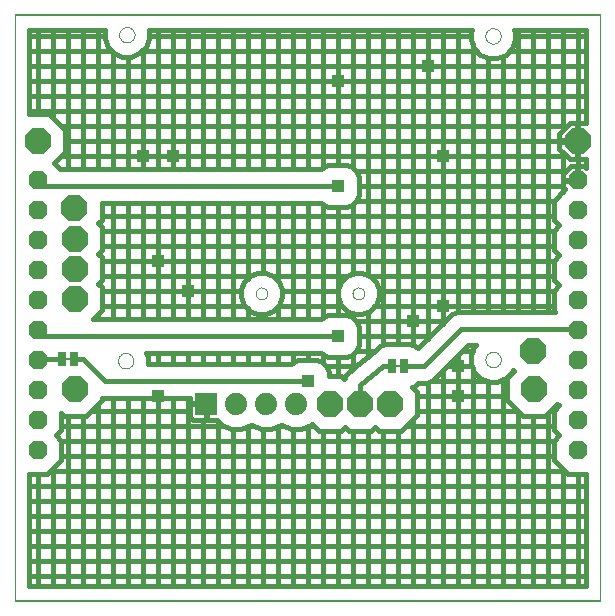
<source format=gbl>
G75*
G70*
%OFA0B0*%
%FSLAX24Y24*%
%IPPOS*%
%LPD*%
%AMOC8*
5,1,8,0,0,1.08239X$1,22.5*
%
%ADD10C,0.0000*%
%ADD11OC8,0.0630*%
%ADD12OC8,0.0850*%
%ADD13R,0.0740X0.0740*%
%ADD14C,0.0740*%
%ADD15C,0.0080*%
%ADD16R,0.0250X0.0500*%
%ADD17R,0.0436X0.0436*%
%ADD18C,0.0160*%
D10*
X000736Y000100D02*
X000736Y019663D01*
X020252Y019663D01*
X020252Y000100D01*
X000736Y000100D01*
X000750Y000128D02*
X000750Y019628D01*
X020250Y019628D01*
X020250Y000128D01*
X000750Y000128D01*
X004181Y008120D02*
X004183Y008151D01*
X004189Y008182D01*
X004198Y008212D01*
X004211Y008241D01*
X004228Y008268D01*
X004248Y008292D01*
X004270Y008314D01*
X004296Y008333D01*
X004323Y008349D01*
X004352Y008361D01*
X004382Y008370D01*
X004413Y008375D01*
X004445Y008376D01*
X004476Y008373D01*
X004507Y008366D01*
X004537Y008356D01*
X004565Y008342D01*
X004591Y008324D01*
X004615Y008304D01*
X004636Y008280D01*
X004655Y008255D01*
X004670Y008227D01*
X004681Y008198D01*
X004689Y008167D01*
X004693Y008136D01*
X004693Y008104D01*
X004689Y008073D01*
X004681Y008042D01*
X004670Y008013D01*
X004655Y007985D01*
X004636Y007960D01*
X004615Y007936D01*
X004591Y007916D01*
X004565Y007898D01*
X004537Y007884D01*
X004507Y007874D01*
X004476Y007867D01*
X004445Y007864D01*
X004413Y007865D01*
X004382Y007870D01*
X004352Y007879D01*
X004323Y007891D01*
X004296Y007907D01*
X004270Y007926D01*
X004248Y007948D01*
X004228Y007972D01*
X004211Y007999D01*
X004198Y008028D01*
X004189Y008058D01*
X004183Y008089D01*
X004181Y008120D01*
X008768Y010364D02*
X008770Y010391D01*
X008776Y010418D01*
X008785Y010444D01*
X008798Y010468D01*
X008814Y010491D01*
X008833Y010510D01*
X008855Y010527D01*
X008879Y010541D01*
X008904Y010551D01*
X008931Y010558D01*
X008958Y010561D01*
X008986Y010560D01*
X009013Y010555D01*
X009039Y010547D01*
X009063Y010535D01*
X009086Y010519D01*
X009107Y010501D01*
X009124Y010480D01*
X009139Y010456D01*
X009150Y010431D01*
X009158Y010405D01*
X009162Y010378D01*
X009162Y010350D01*
X009158Y010323D01*
X009150Y010297D01*
X009139Y010272D01*
X009124Y010248D01*
X009107Y010227D01*
X009086Y010209D01*
X009064Y010193D01*
X009039Y010181D01*
X009013Y010173D01*
X008986Y010168D01*
X008958Y010167D01*
X008931Y010170D01*
X008904Y010177D01*
X008879Y010187D01*
X008855Y010201D01*
X008833Y010218D01*
X008814Y010237D01*
X008798Y010260D01*
X008785Y010284D01*
X008776Y010310D01*
X008770Y010337D01*
X008768Y010364D01*
X011996Y010364D02*
X011998Y010391D01*
X012004Y010418D01*
X012013Y010444D01*
X012026Y010468D01*
X012042Y010491D01*
X012061Y010510D01*
X012083Y010527D01*
X012107Y010541D01*
X012132Y010551D01*
X012159Y010558D01*
X012186Y010561D01*
X012214Y010560D01*
X012241Y010555D01*
X012267Y010547D01*
X012291Y010535D01*
X012314Y010519D01*
X012335Y010501D01*
X012352Y010480D01*
X012367Y010456D01*
X012378Y010431D01*
X012386Y010405D01*
X012390Y010378D01*
X012390Y010350D01*
X012386Y010323D01*
X012378Y010297D01*
X012367Y010272D01*
X012352Y010248D01*
X012335Y010227D01*
X012314Y010209D01*
X012292Y010193D01*
X012267Y010181D01*
X012241Y010173D01*
X012214Y010168D01*
X012186Y010167D01*
X012159Y010170D01*
X012132Y010177D01*
X012107Y010187D01*
X012083Y010201D01*
X012061Y010218D01*
X012042Y010237D01*
X012026Y010260D01*
X012013Y010284D01*
X012004Y010310D01*
X011998Y010337D01*
X011996Y010364D01*
X016425Y008159D02*
X016427Y008190D01*
X016433Y008221D01*
X016442Y008251D01*
X016455Y008280D01*
X016472Y008307D01*
X016492Y008331D01*
X016514Y008353D01*
X016540Y008372D01*
X016567Y008388D01*
X016596Y008400D01*
X016626Y008409D01*
X016657Y008414D01*
X016689Y008415D01*
X016720Y008412D01*
X016751Y008405D01*
X016781Y008395D01*
X016809Y008381D01*
X016835Y008363D01*
X016859Y008343D01*
X016880Y008319D01*
X016899Y008294D01*
X016914Y008266D01*
X016925Y008237D01*
X016933Y008206D01*
X016937Y008175D01*
X016937Y008143D01*
X016933Y008112D01*
X016925Y008081D01*
X016914Y008052D01*
X016899Y008024D01*
X016880Y007999D01*
X016859Y007975D01*
X016835Y007955D01*
X016809Y007937D01*
X016781Y007923D01*
X016751Y007913D01*
X016720Y007906D01*
X016689Y007903D01*
X016657Y007904D01*
X016626Y007909D01*
X016596Y007918D01*
X016567Y007930D01*
X016540Y007946D01*
X016514Y007965D01*
X016492Y007987D01*
X016472Y008011D01*
X016455Y008038D01*
X016442Y008067D01*
X016433Y008097D01*
X016427Y008128D01*
X016425Y008159D01*
X016425Y018946D02*
X016427Y018977D01*
X016433Y019008D01*
X016442Y019038D01*
X016455Y019067D01*
X016472Y019094D01*
X016492Y019118D01*
X016514Y019140D01*
X016540Y019159D01*
X016567Y019175D01*
X016596Y019187D01*
X016626Y019196D01*
X016657Y019201D01*
X016689Y019202D01*
X016720Y019199D01*
X016751Y019192D01*
X016781Y019182D01*
X016809Y019168D01*
X016835Y019150D01*
X016859Y019130D01*
X016880Y019106D01*
X016899Y019081D01*
X016914Y019053D01*
X016925Y019024D01*
X016933Y018993D01*
X016937Y018962D01*
X016937Y018930D01*
X016933Y018899D01*
X016925Y018868D01*
X016914Y018839D01*
X016899Y018811D01*
X016880Y018786D01*
X016859Y018762D01*
X016835Y018742D01*
X016809Y018724D01*
X016781Y018710D01*
X016751Y018700D01*
X016720Y018693D01*
X016689Y018690D01*
X016657Y018691D01*
X016626Y018696D01*
X016596Y018705D01*
X016567Y018717D01*
X016540Y018733D01*
X016514Y018752D01*
X016492Y018774D01*
X016472Y018798D01*
X016455Y018825D01*
X016442Y018854D01*
X016433Y018884D01*
X016427Y018915D01*
X016425Y018946D01*
X004220Y018986D02*
X004222Y019017D01*
X004228Y019048D01*
X004237Y019078D01*
X004250Y019107D01*
X004267Y019134D01*
X004287Y019158D01*
X004309Y019180D01*
X004335Y019199D01*
X004362Y019215D01*
X004391Y019227D01*
X004421Y019236D01*
X004452Y019241D01*
X004484Y019242D01*
X004515Y019239D01*
X004546Y019232D01*
X004576Y019222D01*
X004604Y019208D01*
X004630Y019190D01*
X004654Y019170D01*
X004675Y019146D01*
X004694Y019121D01*
X004709Y019093D01*
X004720Y019064D01*
X004728Y019033D01*
X004732Y019002D01*
X004732Y018970D01*
X004728Y018939D01*
X004720Y018908D01*
X004709Y018879D01*
X004694Y018851D01*
X004675Y018826D01*
X004654Y018802D01*
X004630Y018782D01*
X004604Y018764D01*
X004576Y018750D01*
X004546Y018740D01*
X004515Y018733D01*
X004484Y018730D01*
X004452Y018731D01*
X004421Y018736D01*
X004391Y018745D01*
X004362Y018757D01*
X004335Y018773D01*
X004309Y018792D01*
X004287Y018814D01*
X004267Y018838D01*
X004250Y018865D01*
X004237Y018894D01*
X004228Y018924D01*
X004222Y018955D01*
X004220Y018986D01*
D11*
X001500Y014128D03*
X001500Y013128D03*
X001500Y012128D03*
X001500Y011128D03*
X001500Y010128D03*
X001500Y009128D03*
X001500Y008128D03*
X001500Y007128D03*
X001500Y006128D03*
X001500Y005128D03*
X019500Y005128D03*
X019500Y006128D03*
X019500Y007128D03*
X019500Y008128D03*
X019500Y009128D03*
X019500Y010128D03*
X019500Y011128D03*
X019500Y012128D03*
X019500Y013128D03*
X019500Y014128D03*
D12*
X019500Y015443D03*
X018000Y008443D03*
X018039Y007179D03*
X013250Y006693D03*
X012250Y006693D03*
X011250Y006693D03*
X002750Y007193D03*
X002750Y010193D03*
X002750Y011193D03*
X002750Y012193D03*
X002729Y013199D03*
X001500Y015443D03*
D13*
X007125Y006693D03*
D14*
X008125Y006693D03*
X009125Y006693D03*
X010125Y006693D03*
D15*
X013350Y007943D02*
X013650Y007943D01*
X002650Y008193D02*
X002350Y008193D01*
D16*
X002300Y008193D03*
X002700Y008193D03*
X013300Y007943D03*
X013700Y007943D03*
D17*
X014000Y009443D03*
X015000Y009943D03*
X015500Y007943D03*
X015500Y006943D03*
X011500Y008943D03*
X010500Y007443D03*
X006500Y010443D03*
X005500Y011443D03*
X005000Y014943D03*
X006000Y014943D03*
X011500Y013943D03*
X011500Y017443D03*
X014500Y017943D03*
X015000Y014943D03*
X005500Y006943D03*
D18*
X005500Y006883D02*
X005500Y000608D01*
X005000Y000608D02*
X005000Y006883D01*
X004500Y006883D02*
X004500Y000608D01*
X004000Y000608D02*
X004000Y006883D01*
X003655Y006883D02*
X003655Y006818D01*
X003125Y006288D01*
X002375Y006288D01*
X002295Y006368D01*
X002295Y005798D01*
X002124Y005628D01*
X002295Y005457D01*
X002295Y004798D01*
X001829Y004333D01*
X001230Y004333D01*
X001230Y000608D01*
X019770Y000608D01*
X019770Y004333D01*
X019171Y004333D01*
X018705Y004798D01*
X018705Y005457D01*
X018876Y005628D01*
X018705Y005798D01*
X018705Y006457D01*
X018876Y006628D01*
X018822Y006681D01*
X018414Y006274D01*
X017665Y006274D01*
X017134Y006804D01*
X017134Y007554D01*
X017372Y007791D01*
X017339Y007824D01*
X017305Y007742D01*
X017098Y007535D01*
X016827Y007423D01*
X016535Y007423D01*
X016264Y007535D01*
X016057Y007742D01*
X015945Y008013D01*
X015945Y008305D01*
X016057Y008576D01*
X016114Y008633D01*
X015857Y008633D01*
X014692Y007468D01*
X014486Y007383D01*
X014194Y007383D01*
X014097Y007286D01*
X013984Y007239D01*
X014155Y007067D01*
X014155Y006318D01*
X013625Y005788D01*
X012875Y005788D01*
X012750Y005913D01*
X012625Y005788D01*
X011875Y005788D01*
X011750Y005913D01*
X011625Y005788D01*
X010875Y005788D01*
X010649Y006014D01*
X010606Y005972D01*
X010294Y005843D01*
X009956Y005843D01*
X009644Y005972D01*
X009625Y005990D01*
X009606Y005972D01*
X009294Y005843D01*
X008956Y005843D01*
X008644Y005972D01*
X008625Y005990D01*
X008606Y005972D01*
X008294Y005843D01*
X007956Y005843D01*
X007644Y005972D01*
X007473Y006143D01*
X007145Y006143D01*
X007145Y006673D01*
X007105Y006673D01*
X006575Y006673D01*
X006575Y006299D01*
X006587Y006253D01*
X006611Y006212D01*
X006644Y006178D01*
X006686Y006155D01*
X006731Y006143D01*
X007105Y006143D01*
X007105Y006673D01*
X007105Y006713D01*
X006575Y006713D01*
X006575Y006883D01*
X003655Y006883D01*
X003500Y006663D02*
X003500Y000608D01*
X003000Y000608D02*
X003000Y006288D01*
X003280Y006443D02*
X006575Y006443D01*
X006500Y006883D02*
X006500Y000608D01*
X006000Y000608D02*
X006000Y006883D01*
X007000Y006713D02*
X007000Y006673D01*
X007105Y006443D02*
X007145Y006443D01*
X007000Y006143D02*
X007000Y000608D01*
X007500Y000608D02*
X007500Y006115D01*
X007715Y005943D02*
X002295Y005943D01*
X002500Y006288D02*
X002500Y000608D01*
X002000Y000608D02*
X002000Y004503D01*
X001939Y004443D02*
X019061Y004443D01*
X019000Y004503D02*
X019000Y000608D01*
X019500Y000608D02*
X019500Y004333D01*
X019770Y003943D02*
X001230Y003943D01*
X001500Y004333D02*
X001500Y000608D01*
X001230Y000943D02*
X019770Y000943D01*
X019770Y001443D02*
X001230Y001443D01*
X001230Y001943D02*
X019770Y001943D01*
X019770Y002443D02*
X001230Y002443D01*
X001230Y002943D02*
X019770Y002943D01*
X019770Y003443D02*
X001230Y003443D01*
X002295Y004943D02*
X018705Y004943D01*
X018705Y005443D02*
X002295Y005443D01*
X003750Y007443D02*
X003000Y008193D01*
X002700Y008193D01*
X002300Y008193D02*
X001565Y008193D01*
X001500Y008128D01*
X001500Y008943D02*
X001500Y009128D01*
X001500Y008943D02*
X011500Y008943D01*
X011500Y009640D02*
X011500Y013245D01*
X011813Y013245D02*
X011990Y013318D01*
X012125Y013453D01*
X012198Y013629D01*
X012198Y014256D01*
X012125Y014432D01*
X011990Y014567D01*
X011813Y014640D01*
X011187Y014640D01*
X011010Y014567D01*
X010946Y014503D01*
X002249Y014503D01*
X002045Y014707D01*
X002405Y015068D01*
X002405Y015817D01*
X001875Y016348D01*
X001230Y016348D01*
X001230Y019148D01*
X003747Y019148D01*
X003740Y019132D01*
X003740Y018839D01*
X003853Y018569D01*
X004060Y018362D01*
X004330Y018250D01*
X004623Y018250D01*
X004893Y018362D01*
X005100Y018569D01*
X005212Y018839D01*
X005212Y019132D01*
X005206Y019148D01*
X015968Y019148D01*
X015945Y019093D01*
X015945Y018800D01*
X016057Y018530D01*
X016264Y018323D01*
X016535Y018211D01*
X016827Y018211D01*
X017098Y018323D01*
X017305Y018530D01*
X017417Y018800D01*
X017417Y019093D01*
X017394Y019148D01*
X019770Y019148D01*
X019770Y016028D01*
X019751Y016048D01*
X019520Y016048D01*
X019520Y015463D01*
X019480Y015463D01*
X019480Y016048D01*
X019249Y016048D01*
X018895Y015693D01*
X018895Y015463D01*
X019480Y015463D01*
X019480Y015423D01*
X018895Y015423D01*
X018895Y015192D01*
X019249Y014838D01*
X019480Y014838D01*
X019480Y015423D01*
X019520Y015423D01*
X019520Y014838D01*
X019751Y014838D01*
X019770Y014857D01*
X019770Y014558D01*
X019705Y014623D01*
X019510Y014623D01*
X019510Y014138D01*
X019490Y014138D01*
X019490Y014623D01*
X019295Y014623D01*
X019005Y014333D01*
X019005Y014138D01*
X019490Y014138D01*
X019490Y014118D01*
X019005Y014118D01*
X019005Y013923D01*
X019088Y013840D01*
X018705Y013457D01*
X018705Y012798D01*
X018876Y012628D01*
X018705Y012457D01*
X018705Y011798D01*
X018876Y011628D01*
X018705Y011457D01*
X018705Y010798D01*
X018876Y010628D01*
X018705Y010457D01*
X018705Y009798D01*
X018751Y009753D01*
X015514Y009753D01*
X015308Y009667D01*
X015150Y009510D01*
X014168Y008528D01*
X014097Y008599D01*
X013920Y008673D01*
X013080Y008673D01*
X012903Y008599D01*
X012768Y008464D01*
X012764Y008456D01*
X012727Y008444D01*
X012707Y008427D01*
X012683Y008417D01*
X012622Y008356D01*
X011957Y007802D01*
X011933Y007792D01*
X011872Y007731D01*
X011806Y007676D01*
X011794Y007653D01*
X011775Y007635D01*
X011742Y007555D01*
X011716Y007506D01*
X011625Y007598D01*
X011198Y007598D01*
X011198Y007756D01*
X011125Y007932D01*
X010990Y008067D01*
X010813Y008140D01*
X010187Y008140D01*
X010010Y008067D01*
X009946Y008003D01*
X005173Y008003D01*
X005173Y008266D01*
X005125Y008383D01*
X010946Y008383D01*
X011010Y008318D01*
X011187Y008245D01*
X011813Y008245D01*
X011990Y008318D01*
X012125Y008453D01*
X012198Y008629D01*
X012198Y009256D01*
X012125Y009432D01*
X011990Y009567D01*
X011813Y009640D01*
X011187Y009640D01*
X011010Y009567D01*
X010946Y009503D01*
X003340Y009503D01*
X003655Y009818D01*
X003655Y010567D01*
X003530Y010693D01*
X003655Y010818D01*
X003655Y011567D01*
X003530Y011693D01*
X003655Y011818D01*
X003655Y012567D01*
X003516Y012706D01*
X003634Y012825D01*
X003634Y013383D01*
X010946Y013383D01*
X011010Y013318D01*
X011187Y013245D01*
X011813Y013245D01*
X012000Y013328D02*
X012000Y011016D01*
X012058Y011041D02*
X011810Y010938D01*
X011619Y010747D01*
X011516Y010498D01*
X011516Y010229D01*
X011619Y009980D01*
X011810Y009790D01*
X012058Y009687D01*
X012328Y009687D01*
X012576Y009790D01*
X012767Y009980D01*
X012870Y010229D01*
X012870Y010498D01*
X012767Y010747D01*
X012576Y010938D01*
X012328Y011041D01*
X012058Y011041D01*
X011821Y010943D02*
X009336Y010943D01*
X009348Y010938D02*
X009099Y011041D01*
X008830Y011041D01*
X008581Y010938D01*
X008391Y010747D01*
X008288Y010498D01*
X008288Y010229D01*
X008391Y009980D01*
X008581Y009790D01*
X008830Y009687D01*
X009099Y009687D01*
X009348Y009790D01*
X009538Y009980D01*
X009641Y010229D01*
X009641Y010498D01*
X009538Y010747D01*
X009348Y010938D01*
X009500Y010786D02*
X009500Y013383D01*
X009000Y013383D02*
X009000Y011041D01*
X008593Y010943D02*
X003655Y010943D01*
X003655Y011443D02*
X018705Y011443D01*
X018705Y010943D02*
X012564Y010943D01*
X012500Y010969D02*
X012500Y019148D01*
X013000Y019148D02*
X013000Y008640D01*
X012725Y008443D02*
X012114Y008443D01*
X012000Y008328D02*
X012000Y007838D01*
X012125Y007943D02*
X011114Y007943D01*
X011000Y008057D02*
X011000Y008328D01*
X010500Y008383D02*
X010500Y008140D01*
X010000Y008057D02*
X010000Y008383D01*
X009500Y008383D02*
X009500Y008003D01*
X009000Y008003D02*
X009000Y008383D01*
X008500Y008383D02*
X008500Y008003D01*
X008000Y008003D02*
X008000Y008383D01*
X007500Y008383D02*
X007500Y008003D01*
X007000Y008003D02*
X007000Y008383D01*
X006500Y008383D02*
X006500Y008003D01*
X006000Y008003D02*
X006000Y008383D01*
X005500Y008383D02*
X005500Y008003D01*
X005500Y009503D02*
X005500Y013383D01*
X005000Y013383D02*
X005000Y009503D01*
X004500Y009503D02*
X004500Y013383D01*
X004000Y013383D02*
X004000Y009503D01*
X003500Y009503D02*
X003500Y009663D01*
X003655Y009943D02*
X008429Y009943D01*
X008500Y009871D02*
X008500Y009503D01*
X008000Y009503D02*
X008000Y013383D01*
X008500Y013383D02*
X008500Y010856D01*
X008288Y010443D02*
X003655Y010443D01*
X003655Y011943D02*
X018705Y011943D01*
X018705Y012443D02*
X003655Y012443D01*
X003634Y012943D02*
X018705Y012943D01*
X018705Y013443D02*
X012114Y013443D01*
X012198Y013943D02*
X019005Y013943D01*
X019000Y013752D02*
X019000Y015087D01*
X019144Y014943D02*
X002280Y014943D01*
X002500Y014503D02*
X002500Y019148D01*
X003000Y019148D02*
X003000Y014503D01*
X003500Y014503D02*
X003500Y019148D01*
X003740Y018943D02*
X001230Y018943D01*
X001500Y019148D02*
X001500Y016348D01*
X001230Y016443D02*
X019770Y016443D01*
X019520Y015943D02*
X019480Y015943D01*
X019144Y015943D02*
X002280Y015943D01*
X002000Y016222D02*
X002000Y019148D01*
X001230Y018443D02*
X003979Y018443D01*
X004000Y018421D02*
X004000Y014503D01*
X004500Y014503D02*
X004500Y018250D01*
X004974Y018443D02*
X016144Y018443D01*
X016000Y018668D02*
X016000Y009753D01*
X016500Y009753D02*
X016500Y018225D01*
X017000Y018282D02*
X017000Y009753D01*
X017500Y009753D02*
X017500Y019148D01*
X017417Y018943D02*
X019770Y018943D01*
X019500Y019148D02*
X019500Y015463D01*
X019480Y015443D02*
X002405Y015443D01*
X001500Y014128D02*
X001685Y013943D01*
X011500Y013943D01*
X011500Y014640D02*
X011500Y019148D01*
X012000Y019148D02*
X012000Y014557D01*
X012114Y014443D02*
X019115Y014443D01*
X019490Y014443D02*
X019510Y014443D01*
X019500Y014138D02*
X019500Y015423D01*
X019480Y014943D02*
X019520Y014943D01*
X019000Y015423D02*
X019000Y015463D01*
X019000Y015798D02*
X019000Y019148D01*
X018500Y019148D02*
X018500Y009753D01*
X018705Y009943D02*
X012729Y009943D01*
X012500Y009758D02*
X012500Y008255D01*
X013000Y007943D02*
X012250Y007318D01*
X012250Y006693D01*
X011500Y007598D02*
X011500Y008245D01*
X012198Y008943D02*
X014583Y008943D01*
X014500Y008859D02*
X014500Y019148D01*
X015000Y019148D02*
X015000Y009359D01*
X015083Y009443D02*
X012114Y009443D01*
X012000Y009557D02*
X012000Y009711D01*
X011657Y009943D02*
X009501Y009943D01*
X009500Y009942D02*
X009500Y009503D01*
X009000Y009503D02*
X009000Y009687D01*
X009641Y010443D02*
X011516Y010443D01*
X011000Y009557D02*
X011000Y013328D01*
X010500Y013383D02*
X010500Y009503D01*
X010000Y009503D02*
X010000Y013383D01*
X010000Y014503D02*
X010000Y019148D01*
X010500Y019148D02*
X010500Y014503D01*
X011000Y014557D02*
X011000Y019148D01*
X009500Y019148D02*
X009500Y014503D01*
X009000Y014503D02*
X009000Y019148D01*
X008500Y019148D02*
X008500Y014503D01*
X008000Y014503D02*
X008000Y019148D01*
X007500Y019148D02*
X007500Y014503D01*
X007000Y014503D02*
X007000Y019148D01*
X006500Y019148D02*
X006500Y014503D01*
X006000Y014503D02*
X006000Y019148D01*
X005500Y019148D02*
X005500Y014503D01*
X005000Y014503D02*
X005000Y018469D01*
X005212Y018943D02*
X015945Y018943D01*
X015500Y019148D02*
X015500Y009747D01*
X015625Y009193D02*
X019435Y009193D01*
X019500Y009128D01*
X018705Y010443D02*
X012870Y010443D01*
X013500Y008673D02*
X013500Y019148D01*
X014000Y019148D02*
X014000Y008640D01*
X013700Y007943D02*
X014375Y007943D01*
X015625Y009193D01*
X016000Y008633D02*
X016000Y008438D01*
X016002Y008443D02*
X015667Y008443D01*
X015500Y008276D02*
X015500Y000608D01*
X016000Y000608D02*
X016000Y007880D01*
X015974Y007943D02*
X015167Y007943D01*
X015000Y007776D02*
X015000Y000608D01*
X014500Y000608D02*
X014500Y007388D01*
X014631Y007443D02*
X016488Y007443D01*
X016500Y007438D02*
X016500Y000608D01*
X017000Y000608D02*
X017000Y007495D01*
X016874Y007443D02*
X017134Y007443D01*
X017134Y006943D02*
X014155Y006943D01*
X014000Y007222D02*
X014000Y007245D01*
X014155Y006443D02*
X017496Y006443D01*
X017500Y006438D02*
X017500Y000608D01*
X018000Y000608D02*
X018000Y006274D01*
X018500Y006360D02*
X018500Y000608D01*
X014000Y000608D02*
X014000Y006163D01*
X013780Y005943D02*
X018705Y005943D01*
X018705Y006443D02*
X018583Y006443D01*
X018000Y009753D02*
X018000Y019148D01*
X017218Y018443D02*
X019770Y018443D01*
X019770Y017943D02*
X001230Y017943D01*
X001230Y017443D02*
X019770Y017443D01*
X019770Y016943D02*
X001230Y016943D01*
X006000Y013383D02*
X006000Y009503D01*
X006500Y009503D02*
X006500Y013383D01*
X007000Y013383D02*
X007000Y009503D01*
X007500Y009503D02*
X007500Y013383D01*
X013000Y007943D02*
X013300Y007943D01*
X013500Y005788D02*
X013500Y000608D01*
X013000Y000608D02*
X013000Y005788D01*
X012500Y005788D02*
X012500Y000608D01*
X012000Y000608D02*
X012000Y005788D01*
X011500Y005788D02*
X011500Y000608D01*
X011000Y000608D02*
X011000Y005788D01*
X010720Y005943D02*
X010535Y005943D01*
X010500Y005928D02*
X010500Y000608D01*
X010000Y000608D02*
X010000Y005843D01*
X009715Y005943D02*
X009535Y005943D01*
X009500Y005928D02*
X009500Y000608D01*
X009000Y000608D02*
X009000Y005843D01*
X008715Y005943D02*
X008535Y005943D01*
X008500Y005928D02*
X008500Y000608D01*
X008000Y000608D02*
X008000Y005843D01*
X010500Y007443D02*
X003750Y007443D01*
M02*

</source>
